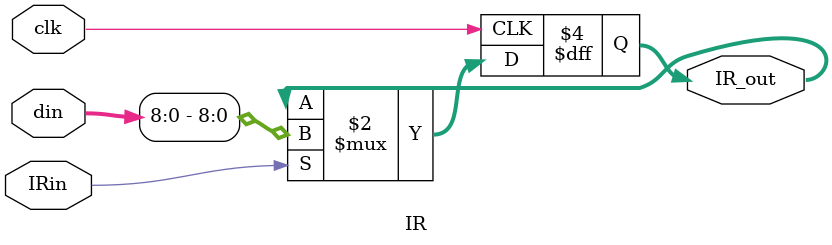
<source format=v>
`timescale 1ns / 1ps

module IR(
    input [15:0] din,
    input IRin,
    input clk,
    output reg [8:0] IR_out
);
    always @(posedge clk) begin
        if (IRin) begin
          IR_out <= din[8:0];
        end
    end


endmodule

</source>
